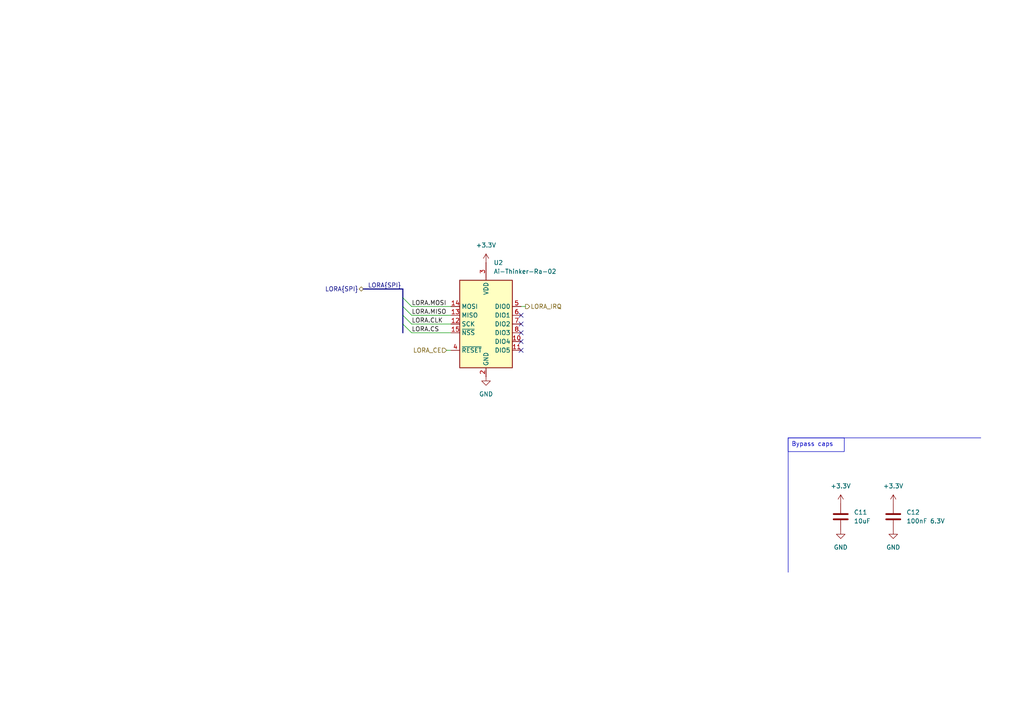
<source format=kicad_sch>
(kicad_sch (version 20231120) (generator "eeschema") (generator_version "8.0")
  (paper "A4")
  (lib_symbols
    (symbol "Device:C" (pin_numbers hide) (pin_names (offset 0.254))
      (property "Reference" "C" (at 0.635 2.54 0))
      (property "Value" "C" (at 0.635 -2.54 0))
      (symbol "C_0_1"
        (polyline (pts (xy -2.032 -0.762) (xy 2.032 -0.762)) (stroke (width 0.508)))
        (polyline (pts (xy -2.032 0.762) (xy 2.032 0.762)) (stroke (width 0.508)))
      )
      (symbol "C_1_1"
        (pin passive line (at 0 3.81 270) (length 2.794) (name "~") (number "1"))
        (pin passive line (at 0 -3.81 90) (length 2.794) (name "~") (number "2"))
      )
    )
    (symbol "RF_Module:Ai-Thinker-Ra-02"
      (property "Reference" "U" (at 2.54 19.05 0))
      (property "Value" "Ai-Thinker-Ra-02" (at 13.97 -15.24 0))
      (symbol "Ai-Thinker-Ra-02_0_1"
        (rectangle (start -7.62 12.7) (end 7.62 -12.7) (stroke (width 0.254)) (fill (type background)))
      )
      (symbol "Ai-Thinker-Ra-02_1_1"
        (pin passive line (at 0 -15.24 90) (length 2.54) hide (name "GND") (number "1"))
        (pin bidirectional line (at 10.16 -5.08 180) (length 2.54) (name "DIO4") (number "10"))
        (pin bidirectional line (at 10.16 -7.62 180) (length 2.54) (name "DIO5") (number "11"))
        (pin input line (at -10.16 0 0) (length 2.54) (name "SCK") (number "12"))
        (pin output line (at -10.16 2.54 0) (length 2.54) (name "MISO") (number "13"))
        (pin input line (at -10.16 5.08 0) (length 2.54) (name "MOSI") (number "14"))
        (pin input line (at -10.16 -2.54 0) (length 2.54) (name "~{NSS}") (number "15"))
        (pin passive line (at 0 -15.24 90) (length 2.54) hide (name "GND") (number "16"))
        (pin power_in line (at 0 -15.24 90) (length 2.54) (name "GND") (number "2"))
        (pin power_in line (at 0 17.78 270) (length 5.08) (name "VDD") (number "3"))
        (pin input line (at -10.16 -7.62 0) (length 2.54) (name "~{RESET}") (number "4"))
        (pin bidirectional line (at 10.16 5.08 180) (length 2.54) (name "DIO0") (number "5"))
        (pin bidirectional line (at 10.16 2.54 180) (length 2.54) (name "DIO1") (number "6"))
        (pin bidirectional line (at 10.16 0 180) (length 2.54) (name "DIO2") (number "7"))
        (pin bidirectional line (at 10.16 -2.54 180) (length 2.54) (name "DIO3") (number "8"))
        (pin passive line (at 0 -15.24 90) (length 2.54) hide (name "GND") (number "9"))
      )
    )
    (symbol "power:+3.3V" (power) (pin_numbers hide) (pin_names (offset 0) hide)
      (property "Value" "+3.3V" (at 0 3.556 0))
      (symbol "+3.3V_0_1"
        (polyline (pts (xy -0.762 1.27) (xy 0 2.54)))
        (polyline (pts (xy 0 0) (xy 0 2.54)))
        (polyline (pts (xy 0 2.54) (xy 0.762 1.27)))
      )
      (symbol "+3.3V_1_1"
        (pin power_in line (at 0 0 90) (length 0) (name "~") (number "1"))
      )
    )
    (symbol "power:GND" (power) (pin_numbers hide) (pin_names (offset 0) hide)
      (property "Value" "GND" (at 0 -3.81 0))
      (symbol "GND_0_1"
        (polyline (pts (xy 0 0) (xy 0 -1.27) (xy 1.27 -1.27) (xy 0 -2.54) (xy -1.27 -1.27) (xy 0 -1.27)))
      )
      (symbol "GND_1_1"
        (pin power_in line (at 0 0 270) (length 0) (name "~") (number "1"))
      )
    )
  )
  (no_connect (at 151.13 93.98))
  (no_connect (at 151.13 99.06))
  (no_connect (at 151.13 91.44))
  (no_connect (at 151.13 101.6))
  (no_connect (at 151.13 96.52))
  (bus_entry (at 116.84 88.9) (size 2.54 2.54))
  (bus_entry (at 116.84 91.44) (size 2.54 2.54))
  (bus_entry (at 116.84 86.36) (size 2.54 2.54))
  (bus_entry (at 116.84 93.98) (size 2.54 2.54))
  (wire (pts (xy 119.38 88.9) (xy 130.81 88.9)))
  (wire (pts (xy 119.38 93.98) (xy 130.81 93.98)))
  (bus (pts (xy 116.84 83.82) (xy 116.84 86.36)))
  (bus (pts (xy 105.41 83.82) (xy 116.84 83.82)))
  (polyline (pts (xy 228.6 165.9789) (xy 228.6 127)))
  (bus (pts (xy 116.84 93.98) (xy 116.84 96.52)))
  (wire (pts (xy 119.38 91.44) (xy 130.81 91.44)))
  (bus (pts (xy 116.84 86.36) (xy 116.84 88.9)))
  (wire (pts (xy 129.54 101.6) (xy 130.81 101.6)))
  (polyline (pts (xy 228.6 127) (xy 284.48 127)))
  (bus (pts (xy 116.84 88.9) (xy 116.84 91.44)))
  (bus (pts (xy 116.84 91.44) (xy 116.84 93.98)))
  (wire (pts (xy 119.38 96.52) (xy 130.81 96.52)))
  (wire (pts (xy 151.13 88.9) (xy 152.4 88.9)))
  (text_box "Bypass caps" (at 228.6 127 0) (size 16.2714 3.98) (effects (font (size 1.27 1.27)) (justify left top)))
  (label "LORA{SPI}" (at 106.68 83.82 0))
  (label "LORA.MOSI" (at 119.38 88.9 0))
  (label "LORA.CS" (at 119.38 96.52 0))
  (label "LORA.CLK" (at 119.38 93.98 0))
  (label "LORA.MISO" (at 119.38 91.44 0))
  (hierarchical_label "LORA_IRQ" (shape output) (at 152.4 88.9 0))
  (hierarchical_label "LORA{SPI}" (shape bidirectional) (at 105.41 83.82 180))
  (hierarchical_label "LORA_CE" (shape input) (at 129.54 101.6 180))
  (symbol (lib_id "power:GND") (at 243.84 153.67 0) (unit 1)
    (property "Reference" "#PWR082" (effects (hide yes)))
    (property "Value" "GND" (at 243.84 158.75 0))
    (property "Description" "Power symbol creates a global label with name \"GND\" , ground" (effects (hide yes)))
  )
  (symbol (lib_id "power:GND") (at 259.08 153.67 0) (unit 1)
    (property "Reference" "#PWR084" (effects (hide yes)))
    (property "Value" "GND" (at 259.08 158.75 0))
    (property "Description" "Power symbol creates a global label with name \"GND\" , ground" (effects (hide yes)))
  )
  (symbol (lib_id "Device:C") (at 243.84 149.86 0) (unit 1)
    (property "Reference" "C11" (at 247.65 148.5899 0) (effects (justify left)))
    (property "Value" "10uF" (at 247.65 151.1299 0) (effects (justify left)))
    (property "Footprint" "Capacitor_SMD:C_0603_1608Metric" (effects (hide yes)))
    (property "Description" "Unpolarized capacitor" (effects (hide yes)))
    (property "LCSC" "C1691" (effects (hide yes)))
  )
  (symbol (lib_id "RF_Module:Ai-Thinker-Ra-02") (at 140.97 93.98 0) (unit 1)
    (property "Reference" "U2" (at 143.1641 76.2 0) (effects (justify left)))
    (property "Value" "Ai-Thinker-Ra-02" (at 143.1641 78.74 0) (effects (justify left)))
    (property "Footprint" "RF_Module:Ai-Thinker-Ra-01-LoRa" (effects (hide yes)))
    (property "Datasheet" "http://wiki.ai-thinker.com/_media/lora/docs/c048ps01a1_ra-02_product_specification_v1.1.pdf" (effects (hide yes)))
    (property "Description" "Ai-Thinker Ra-02 410-525 MHz LoRa Module, SPI interface, U.FL antenna connector" (effects (hide yes)))
    (property "LCSC" "C90039" (effects (hide yes)))
  )
  (symbol (lib_id "Device:C") (at 259.08 149.86 0) (unit 1)
    (property "Reference" "C12" (at 262.89 148.5899 0) (effects (justify left)))
    (property "Value" "100nF 6.3V" (at 262.89 151.1299 0) (effects (justify left)))
    (property "Footprint" "Capacitor_SMD:C_0402_1005Metric" (effects (hide yes)))
    (property "Description" "Unpolarized capacitor" (effects (hide yes)))
    (property "LCSC" "C1525" (effects (hide yes)))
  )
  (symbol (lib_id "power:GND") (at 140.97 109.22 0) (unit 1)
    (property "Reference" "#PWR080" (effects (hide yes)))
    (property "Value" "GND" (at 140.97 114.3 0))
    (property "Description" "Power symbol creates a global label with name \"GND\" , ground" (effects (hide yes)))
  )
  (symbol (lib_id "power:+3.3V") (at 259.08 146.05 0) (unit 1)
    (property "Reference" "#PWR083" (effects (hide yes)))
    (property "Value" "+3.3V" (at 259.08 140.97 0))
    (property "Description" "Power symbol creates a global label with name \"+3.3V\"" (effects (hide yes)))
  )
  (symbol (lib_id "power:+3.3V") (at 140.97 76.2 0) (unit 1)
    (property "Reference" "#PWR079" (effects (hide yes)))
    (property "Value" "+3.3V" (at 140.97 71.12 0))
    (property "Description" "Power symbol creates a global label with name \"+3.3V\"" (effects (hide yes)))
  )
  (symbol (lib_id "power:+3.3V") (at 243.84 146.05 0) (unit 1)
    (property "Reference" "#PWR081" (effects (hide yes)))
    (property "Value" "+3.3V" (at 243.84 140.97 0))
    (property "Description" "Power symbol creates a global label with name \"+3.3V\"" (effects (hide yes)))
  )
)
</source>
